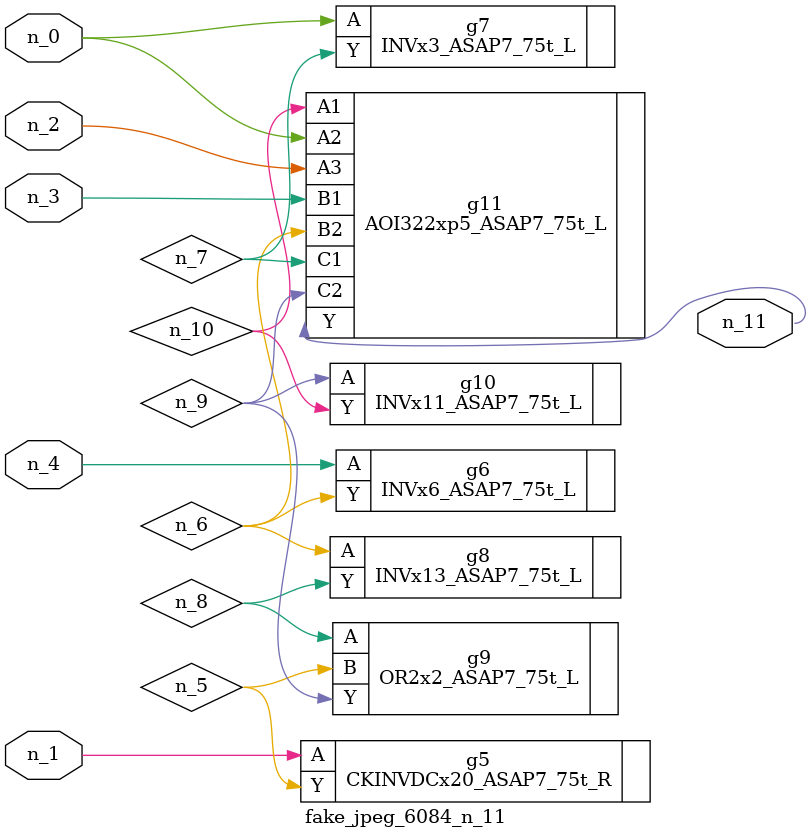
<source format=v>
module fake_jpeg_6084_n_11 (n_3, n_2, n_1, n_0, n_4, n_11);

input n_3;
input n_2;
input n_1;
input n_0;
input n_4;

output n_11;

wire n_10;
wire n_8;
wire n_9;
wire n_6;
wire n_5;
wire n_7;

CKINVDCx20_ASAP7_75t_R g5 ( 
.A(n_1),
.Y(n_5)
);

INVx6_ASAP7_75t_L g6 ( 
.A(n_4),
.Y(n_6)
);

INVx3_ASAP7_75t_L g7 ( 
.A(n_0),
.Y(n_7)
);

INVx13_ASAP7_75t_L g8 ( 
.A(n_6),
.Y(n_8)
);

OR2x2_ASAP7_75t_L g9 ( 
.A(n_8),
.B(n_5),
.Y(n_9)
);

INVx11_ASAP7_75t_L g10 ( 
.A(n_9),
.Y(n_10)
);

AOI322xp5_ASAP7_75t_L g11 ( 
.A1(n_10),
.A2(n_0),
.A3(n_2),
.B1(n_3),
.B2(n_6),
.C1(n_7),
.C2(n_9),
.Y(n_11)
);


endmodule
</source>
